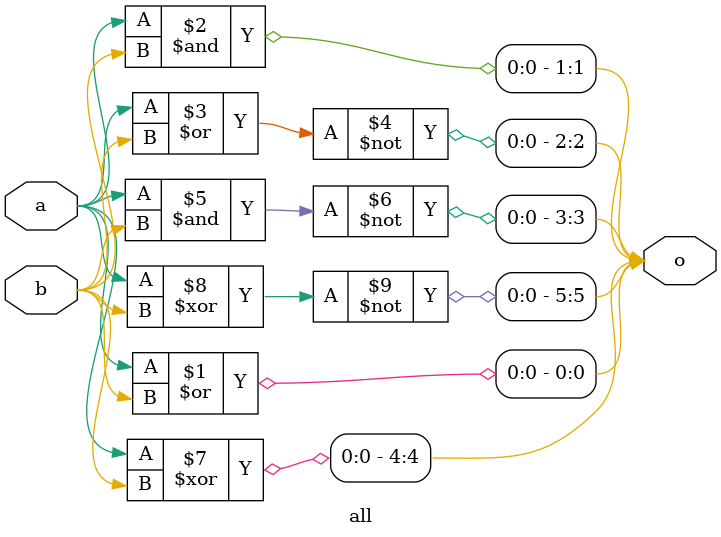
<source format=v>
module all(a,b,o);
input a,b;
output [5:0]o;
or(o[0],a,b);
and(o[1],a,b);
nor(o[2],a,b);
nand(o[3],a,b);
xor(o[4],a,b);
xnor(o[5],a,b);
endmodule // alla,b,oinput a,b;

</source>
